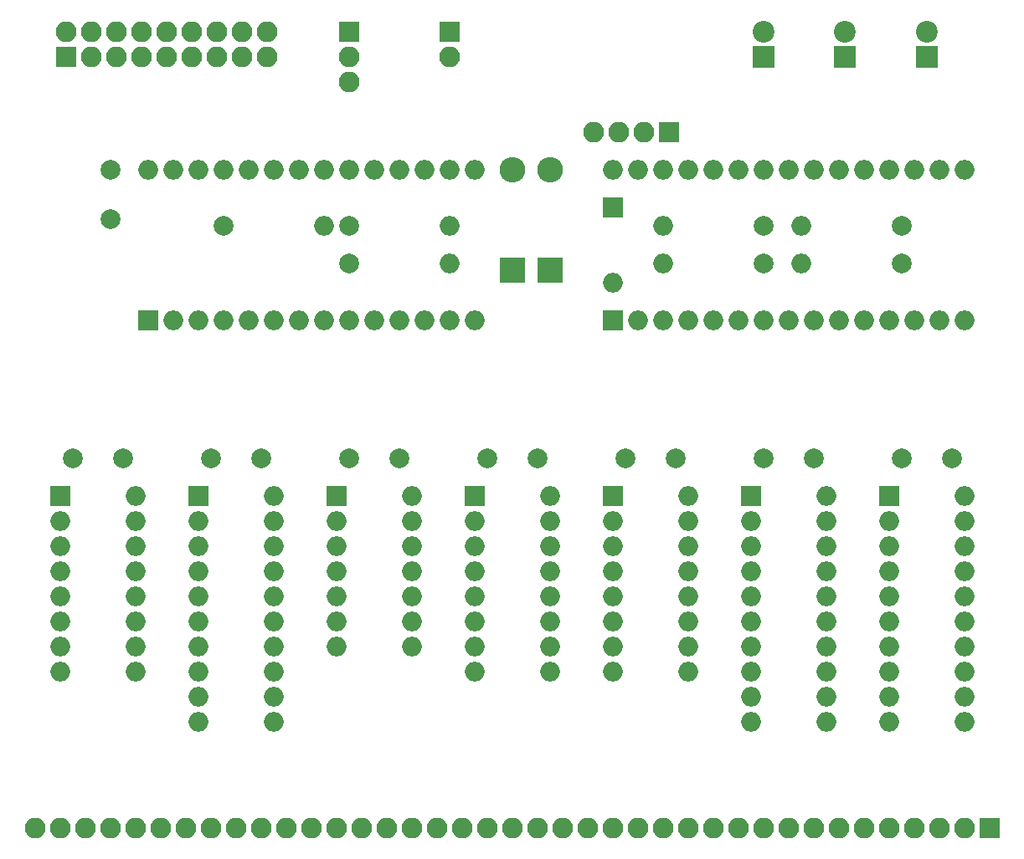
<source format=gts>
G04 #@! TF.GenerationSoftware,KiCad,Pcbnew,(5.1.5)-3*
G04 #@! TF.CreationDate,2020-10-17T00:03:51+02:00*
G04 #@! TF.ProjectId,RC1 8K ExRAM,52433120-384b-4204-9578-52414d2e6b69,rev?*
G04 #@! TF.SameCoordinates,Original*
G04 #@! TF.FileFunction,Soldermask,Top*
G04 #@! TF.FilePolarity,Negative*
%FSLAX46Y46*%
G04 Gerber Fmt 4.6, Leading zero omitted, Abs format (unit mm)*
G04 Created by KiCad (PCBNEW (5.1.5)-3) date 2020-10-17 00:03:51*
%MOMM*%
%LPD*%
G04 APERTURE LIST*
%ADD10O,2.600000X2.600000*%
%ADD11R,2.600000X2.600000*%
%ADD12R,2.000000X2.000000*%
%ADD13O,2.000000X2.000000*%
%ADD14C,2.000000*%
%ADD15R,2.100000X2.100000*%
%ADD16O,2.100000X2.100000*%
%ADD17R,2.200000X2.200000*%
%ADD18C,2.200000*%
G04 APERTURE END LIST*
D10*
X148590000Y-80645000D03*
D11*
X148590000Y-90805000D03*
D12*
X154940000Y-95885000D03*
D13*
X187960000Y-80645000D03*
X157480000Y-95885000D03*
X185420000Y-80645000D03*
X160020000Y-95885000D03*
X182880000Y-80645000D03*
X162560000Y-95885000D03*
X180340000Y-80645000D03*
X165100000Y-95885000D03*
X177800000Y-80645000D03*
X167640000Y-95885000D03*
X175260000Y-80645000D03*
X170180000Y-95885000D03*
X172720000Y-80645000D03*
X172720000Y-95885000D03*
X170180000Y-80645000D03*
X175260000Y-95885000D03*
X167640000Y-80645000D03*
X177800000Y-95885000D03*
X165100000Y-80645000D03*
X180340000Y-95885000D03*
X162560000Y-80645000D03*
X182880000Y-95885000D03*
X160020000Y-80645000D03*
X185420000Y-95885000D03*
X157480000Y-80645000D03*
X187960000Y-95885000D03*
X154940000Y-80645000D03*
X190500000Y-95885000D03*
X190500000Y-80645000D03*
D14*
X105410000Y-109855000D03*
X100410000Y-109855000D03*
X133350000Y-109855000D03*
X128350000Y-109855000D03*
X161290000Y-109855000D03*
X156290000Y-109855000D03*
X147320000Y-109855000D03*
X142320000Y-109855000D03*
X104140000Y-80645000D03*
X104140000Y-85645000D03*
X175260000Y-109855000D03*
X170260000Y-109855000D03*
X189230000Y-109855000D03*
X184230000Y-109855000D03*
X119380000Y-109855000D03*
X114380000Y-109855000D03*
D15*
X193040000Y-147320000D03*
D16*
X190500000Y-147320000D03*
X187960000Y-147320000D03*
X185420000Y-147320000D03*
X182880000Y-147320000D03*
X180340000Y-147320000D03*
X177800000Y-147320000D03*
X175260000Y-147320000D03*
X172720000Y-147320000D03*
X170180000Y-147320000D03*
X167640000Y-147320000D03*
X165100000Y-147320000D03*
X162560000Y-147320000D03*
X160020000Y-147320000D03*
X157480000Y-147320000D03*
X154940000Y-147320000D03*
X152400000Y-147320000D03*
X149860000Y-147320000D03*
X147320000Y-147320000D03*
X144780000Y-147320000D03*
X142240000Y-147320000D03*
X139700000Y-147320000D03*
X137160000Y-147320000D03*
X134620000Y-147320000D03*
X132080000Y-147320000D03*
X129540000Y-147320000D03*
X127000000Y-147320000D03*
X124460000Y-147320000D03*
X121920000Y-147320000D03*
X119380000Y-147320000D03*
X116840000Y-147320000D03*
X114300000Y-147320000D03*
X111760000Y-147320000D03*
X109220000Y-147320000D03*
X106680000Y-147320000D03*
X104140000Y-147320000D03*
X101600000Y-147320000D03*
X99060000Y-147320000D03*
X96520000Y-147320000D03*
D12*
X99060000Y-113665000D03*
D13*
X106680000Y-131445000D03*
X99060000Y-116205000D03*
X106680000Y-128905000D03*
X99060000Y-118745000D03*
X106680000Y-126365000D03*
X99060000Y-121285000D03*
X106680000Y-123825000D03*
X99060000Y-123825000D03*
X106680000Y-121285000D03*
X99060000Y-126365000D03*
X106680000Y-118745000D03*
X99060000Y-128905000D03*
X106680000Y-116205000D03*
X99060000Y-131445000D03*
X106680000Y-113665000D03*
D17*
X186690000Y-69215000D03*
D18*
X186690000Y-66675000D03*
D17*
X178435000Y-69215000D03*
D18*
X178435000Y-66675000D03*
D17*
X170180000Y-69215000D03*
D18*
X170180000Y-66675000D03*
D12*
X154940000Y-84455000D03*
D13*
X154940000Y-92075000D03*
D15*
X99695000Y-69215000D03*
D16*
X99695000Y-66675000D03*
X102235000Y-69215000D03*
X102235000Y-66675000D03*
X104775000Y-69215000D03*
X104775000Y-66675000D03*
X107315000Y-69215000D03*
X107315000Y-66675000D03*
X109855000Y-69215000D03*
X109855000Y-66675000D03*
X112395000Y-69215000D03*
X112395000Y-66675000D03*
X114935000Y-69215000D03*
X114935000Y-66675000D03*
X117475000Y-69215000D03*
X117475000Y-66675000D03*
X120015000Y-69215000D03*
X120015000Y-66675000D03*
D15*
X138430000Y-66675000D03*
D16*
X138430000Y-69215000D03*
D15*
X128270000Y-66675000D03*
D16*
X128270000Y-69215000D03*
X128270000Y-71755000D03*
D14*
X184150000Y-90170000D03*
D13*
X173990000Y-90170000D03*
D14*
X184150000Y-86360000D03*
D13*
X173990000Y-86360000D03*
D14*
X170180000Y-86360000D03*
D13*
X160020000Y-86360000D03*
D14*
X170180000Y-90170000D03*
D13*
X160020000Y-90170000D03*
D12*
X127000000Y-113665000D03*
D13*
X134620000Y-128905000D03*
X127000000Y-116205000D03*
X134620000Y-126365000D03*
X127000000Y-118745000D03*
X134620000Y-123825000D03*
X127000000Y-121285000D03*
X134620000Y-121285000D03*
X127000000Y-123825000D03*
X134620000Y-118745000D03*
X127000000Y-126365000D03*
X134620000Y-116205000D03*
X127000000Y-128905000D03*
X134620000Y-113665000D03*
D12*
X154940000Y-113665000D03*
D13*
X162560000Y-131445000D03*
X154940000Y-116205000D03*
X162560000Y-128905000D03*
X154940000Y-118745000D03*
X162560000Y-126365000D03*
X154940000Y-121285000D03*
X162560000Y-123825000D03*
X154940000Y-123825000D03*
X162560000Y-121285000D03*
X154940000Y-126365000D03*
X162560000Y-118745000D03*
X154940000Y-128905000D03*
X162560000Y-116205000D03*
X154940000Y-131445000D03*
X162560000Y-113665000D03*
D12*
X140970000Y-113665000D03*
D13*
X148590000Y-131445000D03*
X140970000Y-116205000D03*
X148590000Y-128905000D03*
X140970000Y-118745000D03*
X148590000Y-126365000D03*
X140970000Y-121285000D03*
X148590000Y-123825000D03*
X140970000Y-123825000D03*
X148590000Y-121285000D03*
X140970000Y-126365000D03*
X148590000Y-118745000D03*
X140970000Y-128905000D03*
X148590000Y-116205000D03*
X140970000Y-131445000D03*
X148590000Y-113665000D03*
D12*
X107950000Y-95885000D03*
D13*
X140970000Y-80645000D03*
X110490000Y-95885000D03*
X138430000Y-80645000D03*
X113030000Y-95885000D03*
X135890000Y-80645000D03*
X115570000Y-95885000D03*
X133350000Y-80645000D03*
X118110000Y-95885000D03*
X130810000Y-80645000D03*
X120650000Y-95885000D03*
X128270000Y-80645000D03*
X123190000Y-95885000D03*
X125730000Y-80645000D03*
X125730000Y-95885000D03*
X123190000Y-80645000D03*
X128270000Y-95885000D03*
X120650000Y-80645000D03*
X130810000Y-95885000D03*
X118110000Y-80645000D03*
X133350000Y-95885000D03*
X115570000Y-80645000D03*
X135890000Y-95885000D03*
X113030000Y-80645000D03*
X138430000Y-95885000D03*
X110490000Y-80645000D03*
X140970000Y-95885000D03*
X107950000Y-80645000D03*
D12*
X168910000Y-113665000D03*
D13*
X176530000Y-136525000D03*
X168910000Y-116205000D03*
X176530000Y-133985000D03*
X168910000Y-118745000D03*
X176530000Y-131445000D03*
X168910000Y-121285000D03*
X176530000Y-128905000D03*
X168910000Y-123825000D03*
X176530000Y-126365000D03*
X168910000Y-126365000D03*
X176530000Y-123825000D03*
X168910000Y-128905000D03*
X176530000Y-121285000D03*
X168910000Y-131445000D03*
X176530000Y-118745000D03*
X168910000Y-133985000D03*
X176530000Y-116205000D03*
X168910000Y-136525000D03*
X176530000Y-113665000D03*
D12*
X182880000Y-113665000D03*
D13*
X190500000Y-136525000D03*
X182880000Y-116205000D03*
X190500000Y-133985000D03*
X182880000Y-118745000D03*
X190500000Y-131445000D03*
X182880000Y-121285000D03*
X190500000Y-128905000D03*
X182880000Y-123825000D03*
X190500000Y-126365000D03*
X182880000Y-126365000D03*
X190500000Y-123825000D03*
X182880000Y-128905000D03*
X190500000Y-121285000D03*
X182880000Y-131445000D03*
X190500000Y-118745000D03*
X182880000Y-133985000D03*
X190500000Y-116205000D03*
X182880000Y-136525000D03*
X190500000Y-113665000D03*
D12*
X113030000Y-113665000D03*
D13*
X120650000Y-136525000D03*
X113030000Y-116205000D03*
X120650000Y-133985000D03*
X113030000Y-118745000D03*
X120650000Y-131445000D03*
X113030000Y-121285000D03*
X120650000Y-128905000D03*
X113030000Y-123825000D03*
X120650000Y-126365000D03*
X113030000Y-126365000D03*
X120650000Y-123825000D03*
X113030000Y-128905000D03*
X120650000Y-121285000D03*
X113030000Y-131445000D03*
X120650000Y-118745000D03*
X113030000Y-133985000D03*
X120650000Y-116205000D03*
X113030000Y-136525000D03*
X120650000Y-113665000D03*
D14*
X128270000Y-90170000D03*
D13*
X138430000Y-90170000D03*
D14*
X128270000Y-86360000D03*
D13*
X138430000Y-86360000D03*
D14*
X115570000Y-86360000D03*
D13*
X125730000Y-86360000D03*
D11*
X144780000Y-90805000D03*
D10*
X144780000Y-80645000D03*
D16*
X153035000Y-76835000D03*
X155575000Y-76835000D03*
X158115000Y-76835000D03*
D15*
X160655000Y-76835000D03*
M02*

</source>
